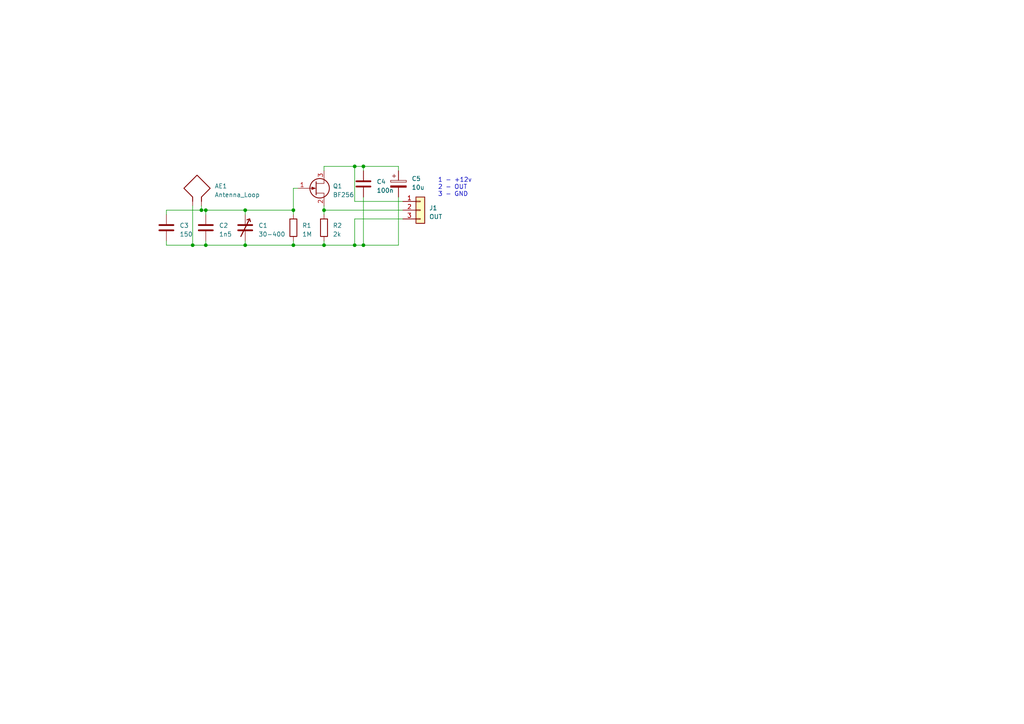
<source format=kicad_sch>
(kicad_sch (version 20230121) (generator eeschema)

  (uuid 1cb887d4-18c5-4280-add3-71afad4fce4f)

  (paper "A4")

  (lib_symbols
    (symbol "Connector_Generic:Conn_01x03" (pin_names (offset 1.016) hide) (in_bom yes) (on_board yes)
      (property "Reference" "J" (at 0 5.08 0)
        (effects (font (size 1.27 1.27)))
      )
      (property "Value" "Conn_01x03" (at 0 -5.08 0)
        (effects (font (size 1.27 1.27)))
      )
      (property "Footprint" "" (at 0 0 0)
        (effects (font (size 1.27 1.27)) hide)
      )
      (property "Datasheet" "~" (at 0 0 0)
        (effects (font (size 1.27 1.27)) hide)
      )
      (property "ki_keywords" "connector" (at 0 0 0)
        (effects (font (size 1.27 1.27)) hide)
      )
      (property "ki_description" "Generic connector, single row, 01x03, script generated (kicad-library-utils/schlib/autogen/connector/)" (at 0 0 0)
        (effects (font (size 1.27 1.27)) hide)
      )
      (property "ki_fp_filters" "Connector*:*_1x??_*" (at 0 0 0)
        (effects (font (size 1.27 1.27)) hide)
      )
      (symbol "Conn_01x03_1_1"
        (rectangle (start -1.27 -2.413) (end 0 -2.667)
          (stroke (width 0.1524) (type default))
          (fill (type none))
        )
        (rectangle (start -1.27 0.127) (end 0 -0.127)
          (stroke (width 0.1524) (type default))
          (fill (type none))
        )
        (rectangle (start -1.27 2.667) (end 0 2.413)
          (stroke (width 0.1524) (type default))
          (fill (type none))
        )
        (rectangle (start -1.27 3.81) (end 1.27 -3.81)
          (stroke (width 0.254) (type default))
          (fill (type background))
        )
        (pin passive line (at -5.08 2.54 0) (length 3.81)
          (name "Pin_1" (effects (font (size 1.27 1.27))))
          (number "1" (effects (font (size 1.27 1.27))))
        )
        (pin passive line (at -5.08 0 0) (length 3.81)
          (name "Pin_2" (effects (font (size 1.27 1.27))))
          (number "2" (effects (font (size 1.27 1.27))))
        )
        (pin passive line (at -5.08 -2.54 0) (length 3.81)
          (name "Pin_3" (effects (font (size 1.27 1.27))))
          (number "3" (effects (font (size 1.27 1.27))))
        )
      )
    )
    (symbol "Device:Antenna_Loop" (pin_numbers hide) (pin_names (offset 1.016) hide) (in_bom yes) (on_board yes)
      (property "Reference" "AE" (at 1.27 6.35 0)
        (effects (font (size 1.27 1.27)))
      )
      (property "Value" "Antenna_Loop" (at 1.27 5.08 0)
        (effects (font (size 1.27 1.27)))
      )
      (property "Footprint" "" (at 0 0 0)
        (effects (font (size 1.27 1.27)) hide)
      )
      (property "Datasheet" "~" (at 0 0 0)
        (effects (font (size 1.27 1.27)) hide)
      )
      (property "ki_keywords" "loop antenna" (at 0 0 0)
        (effects (font (size 1.27 1.27)) hide)
      )
      (property "ki_description" "Loop antenna" (at 0 0 0)
        (effects (font (size 1.27 1.27)) hide)
      )
      (symbol "Antenna_Loop_0_1"
        (polyline
          (pts
            (xy 2.54 -3.81)
            (xy 2.54 -2.54)
            (xy 5.08 0)
            (xy 1.27 3.81)
            (xy -2.54 0)
            (xy 0 -2.54)
            (xy 0 -3.81)
          )
          (stroke (width 0.254) (type default))
          (fill (type none))
        )
      )
      (symbol "Antenna_Loop_1_1"
        (pin input line (at 0 -5.08 90) (length 2.54)
          (name "~" (effects (font (size 1.27 1.27))))
          (number "1" (effects (font (size 1.27 1.27))))
        )
        (pin input line (at 2.54 -5.08 90) (length 2.54)
          (name "~" (effects (font (size 1.27 1.27))))
          (number "2" (effects (font (size 1.27 1.27))))
        )
      )
    )
    (symbol "Device:C" (pin_numbers hide) (pin_names (offset 0.254)) (in_bom yes) (on_board yes)
      (property "Reference" "C" (at 0.635 2.54 0)
        (effects (font (size 1.27 1.27)) (justify left))
      )
      (property "Value" "C" (at 0.635 -2.54 0)
        (effects (font (size 1.27 1.27)) (justify left))
      )
      (property "Footprint" "" (at 0.9652 -3.81 0)
        (effects (font (size 1.27 1.27)) hide)
      )
      (property "Datasheet" "~" (at 0 0 0)
        (effects (font (size 1.27 1.27)) hide)
      )
      (property "ki_keywords" "cap capacitor" (at 0 0 0)
        (effects (font (size 1.27 1.27)) hide)
      )
      (property "ki_description" "Unpolarized capacitor" (at 0 0 0)
        (effects (font (size 1.27 1.27)) hide)
      )
      (property "ki_fp_filters" "C_*" (at 0 0 0)
        (effects (font (size 1.27 1.27)) hide)
      )
      (symbol "C_0_1"
        (polyline
          (pts
            (xy -2.032 -0.762)
            (xy 2.032 -0.762)
          )
          (stroke (width 0.508) (type default))
          (fill (type none))
        )
        (polyline
          (pts
            (xy -2.032 0.762)
            (xy 2.032 0.762)
          )
          (stroke (width 0.508) (type default))
          (fill (type none))
        )
      )
      (symbol "C_1_1"
        (pin passive line (at 0 3.81 270) (length 2.794)
          (name "~" (effects (font (size 1.27 1.27))))
          (number "1" (effects (font (size 1.27 1.27))))
        )
        (pin passive line (at 0 -3.81 90) (length 2.794)
          (name "~" (effects (font (size 1.27 1.27))))
          (number "2" (effects (font (size 1.27 1.27))))
        )
      )
    )
    (symbol "Device:C_Polarized" (pin_numbers hide) (pin_names (offset 0.254)) (in_bom yes) (on_board yes)
      (property "Reference" "C" (at 0.635 2.54 0)
        (effects (font (size 1.27 1.27)) (justify left))
      )
      (property "Value" "C_Polarized" (at 0.635 -2.54 0)
        (effects (font (size 1.27 1.27)) (justify left))
      )
      (property "Footprint" "" (at 0.9652 -3.81 0)
        (effects (font (size 1.27 1.27)) hide)
      )
      (property "Datasheet" "~" (at 0 0 0)
        (effects (font (size 1.27 1.27)) hide)
      )
      (property "ki_keywords" "cap capacitor" (at 0 0 0)
        (effects (font (size 1.27 1.27)) hide)
      )
      (property "ki_description" "Polarized capacitor" (at 0 0 0)
        (effects (font (size 1.27 1.27)) hide)
      )
      (property "ki_fp_filters" "CP_*" (at 0 0 0)
        (effects (font (size 1.27 1.27)) hide)
      )
      (symbol "C_Polarized_0_1"
        (rectangle (start -2.286 0.508) (end 2.286 1.016)
          (stroke (width 0) (type default))
          (fill (type none))
        )
        (polyline
          (pts
            (xy -1.778 2.286)
            (xy -0.762 2.286)
          )
          (stroke (width 0) (type default))
          (fill (type none))
        )
        (polyline
          (pts
            (xy -1.27 2.794)
            (xy -1.27 1.778)
          )
          (stroke (width 0) (type default))
          (fill (type none))
        )
        (rectangle (start 2.286 -0.508) (end -2.286 -1.016)
          (stroke (width 0) (type default))
          (fill (type outline))
        )
      )
      (symbol "C_Polarized_1_1"
        (pin passive line (at 0 3.81 270) (length 2.794)
          (name "~" (effects (font (size 1.27 1.27))))
          (number "1" (effects (font (size 1.27 1.27))))
        )
        (pin passive line (at 0 -3.81 90) (length 2.794)
          (name "~" (effects (font (size 1.27 1.27))))
          (number "2" (effects (font (size 1.27 1.27))))
        )
      )
    )
    (symbol "Device:C_Variable" (pin_numbers hide) (pin_names (offset 0.254) hide) (in_bom yes) (on_board yes)
      (property "Reference" "C" (at 0.635 -1.905 0)
        (effects (font (size 1.27 1.27)) (justify left))
      )
      (property "Value" "C_Variable" (at 0.635 -3.81 0)
        (effects (font (size 1.27 1.27)) (justify left))
      )
      (property "Footprint" "" (at 0 0 0)
        (effects (font (size 1.27 1.27)) hide)
      )
      (property "Datasheet" "~" (at 0 0 0)
        (effects (font (size 1.27 1.27)) hide)
      )
      (property "ki_keywords" "trimmer capacitor" (at 0 0 0)
        (effects (font (size 1.27 1.27)) hide)
      )
      (property "ki_description" "Variable capacitor" (at 0 0 0)
        (effects (font (size 1.27 1.27)) hide)
      )
      (symbol "C_Variable_0_1"
        (polyline
          (pts
            (xy -2.032 -0.762)
            (xy 2.032 -0.762)
          )
          (stroke (width 0.508) (type default))
          (fill (type none))
        )
        (polyline
          (pts
            (xy -2.032 0.762)
            (xy 2.032 0.762)
          )
          (stroke (width 0.508) (type default))
          (fill (type none))
        )
        (polyline
          (pts
            (xy 1.27 2.54)
            (xy -1.27 -2.54)
          )
          (stroke (width 0.3048) (type default))
          (fill (type none))
        )
        (polyline
          (pts
            (xy 1.27 2.54)
            (xy 0.508 2.286)
          )
          (stroke (width 0.3048) (type default))
          (fill (type none))
        )
        (polyline
          (pts
            (xy 1.27 2.54)
            (xy 1.524 1.778)
          )
          (stroke (width 0.3048) (type default))
          (fill (type none))
        )
      )
      (symbol "C_Variable_1_1"
        (pin passive line (at 0 3.81 270) (length 3.048)
          (name "~" (effects (font (size 1.27 1.27))))
          (number "1" (effects (font (size 1.27 1.27))))
        )
        (pin passive line (at 0 -3.81 90) (length 3.048)
          (name "~" (effects (font (size 1.27 1.27))))
          (number "2" (effects (font (size 1.27 1.27))))
        )
      )
    )
    (symbol "Device:R" (pin_numbers hide) (pin_names (offset 0)) (in_bom yes) (on_board yes)
      (property "Reference" "R" (at 2.032 0 90)
        (effects (font (size 1.27 1.27)))
      )
      (property "Value" "R" (at 0 0 90)
        (effects (font (size 1.27 1.27)))
      )
      (property "Footprint" "" (at -1.778 0 90)
        (effects (font (size 1.27 1.27)) hide)
      )
      (property "Datasheet" "~" (at 0 0 0)
        (effects (font (size 1.27 1.27)) hide)
      )
      (property "ki_keywords" "R res resistor" (at 0 0 0)
        (effects (font (size 1.27 1.27)) hide)
      )
      (property "ki_description" "Resistor" (at 0 0 0)
        (effects (font (size 1.27 1.27)) hide)
      )
      (property "ki_fp_filters" "R_*" (at 0 0 0)
        (effects (font (size 1.27 1.27)) hide)
      )
      (symbol "R_0_1"
        (rectangle (start -1.016 -2.54) (end 1.016 2.54)
          (stroke (width 0.254) (type default))
          (fill (type none))
        )
      )
      (symbol "R_1_1"
        (pin passive line (at 0 3.81 270) (length 1.27)
          (name "~" (effects (font (size 1.27 1.27))))
          (number "1" (effects (font (size 1.27 1.27))))
        )
        (pin passive line (at 0 -3.81 90) (length 1.27)
          (name "~" (effects (font (size 1.27 1.27))))
          (number "2" (effects (font (size 1.27 1.27))))
        )
      )
    )
    (symbol "Transistor_FET:BF245A" (pin_names hide) (in_bom yes) (on_board yes)
      (property "Reference" "Q" (at 5.08 1.905 0)
        (effects (font (size 1.27 1.27)) (justify left))
      )
      (property "Value" "BF245A" (at 5.08 0 0)
        (effects (font (size 1.27 1.27)) (justify left))
      )
      (property "Footprint" "Package_TO_SOT_THT:TO-92_Inline" (at 5.08 -1.905 0)
        (effects (font (size 1.27 1.27) italic) (justify left) hide)
      )
      (property "Datasheet" "https://www.onsemi.com/pub/Collateral/BF245A-D.PDF" (at 0 0 0)
        (effects (font (size 1.27 1.27)) (justify left) hide)
      )
      (property "ki_keywords" "N-Channel FET Transistor Low Voltage" (at 0 0 0)
        (effects (font (size 1.27 1.27)) hide)
      )
      (property "ki_description" "50mA Id, 30V Vgs, N-Channel FET Transistor, TO-92" (at 0 0 0)
        (effects (font (size 1.27 1.27)) hide)
      )
      (property "ki_fp_filters" "TO?92*" (at 0 0 0)
        (effects (font (size 1.27 1.27)) hide)
      )
      (symbol "BF245A_0_1"
        (polyline
          (pts
            (xy 0.254 0)
            (xy -2.54 0)
          )
          (stroke (width 0) (type default))
          (fill (type none))
        )
        (polyline
          (pts
            (xy 0.254 1.905)
            (xy 0.254 -1.905)
          )
          (stroke (width 0.254) (type default))
          (fill (type none))
        )
        (polyline
          (pts
            (xy 2.54 -2.54)
            (xy 2.54 -1.397)
            (xy 0.254 -1.397)
          )
          (stroke (width 0) (type default))
          (fill (type none))
        )
        (polyline
          (pts
            (xy 2.54 2.54)
            (xy 2.54 1.397)
            (xy 0.254 1.397)
          )
          (stroke (width 0) (type default))
          (fill (type none))
        )
        (polyline
          (pts
            (xy 0 0)
            (xy -1.016 0.381)
            (xy -1.016 -0.381)
            (xy 0 0)
          )
          (stroke (width 0) (type default))
          (fill (type outline))
        )
        (circle (center 1.27 0) (radius 2.8194)
          (stroke (width 0.254) (type default))
          (fill (type none))
        )
      )
      (symbol "BF245A_1_1"
        (pin input line (at -5.08 0 0) (length 2.54)
          (name "G" (effects (font (size 1.27 1.27))))
          (number "1" (effects (font (size 1.27 1.27))))
        )
        (pin passive line (at 2.54 -5.08 90) (length 2.54)
          (name "S" (effects (font (size 1.27 1.27))))
          (number "2" (effects (font (size 1.27 1.27))))
        )
        (pin passive line (at 2.54 5.08 270) (length 2.54)
          (name "D" (effects (font (size 1.27 1.27))))
          (number "3" (effects (font (size 1.27 1.27))))
        )
      )
    )
  )

  (junction (at 59.69 71.12) (diameter 0) (color 0 0 0 0)
    (uuid 012c1841-5c16-4acd-b576-94c59f097177)
  )
  (junction (at 93.98 60.96) (diameter 0) (color 0 0 0 0)
    (uuid 01af1370-e3d3-46cd-80c2-89a89e35d4ec)
  )
  (junction (at 105.41 71.12) (diameter 0) (color 0 0 0 0)
    (uuid 22b61579-5c0a-4314-88bb-da2d75b07d82)
  )
  (junction (at 93.98 71.12) (diameter 0) (color 0 0 0 0)
    (uuid 6305c2a0-a54d-4a8d-8bd4-63c71b827799)
  )
  (junction (at 85.09 71.12) (diameter 0) (color 0 0 0 0)
    (uuid 64ea9c19-0d1b-4e03-82a2-7adcaa83181a)
  )
  (junction (at 71.12 60.96) (diameter 0) (color 0 0 0 0)
    (uuid 6e8af308-259d-4583-a4c3-50933c185c51)
  )
  (junction (at 85.09 60.96) (diameter 0) (color 0 0 0 0)
    (uuid 9c5836ed-61fd-4c4f-b02a-1869397dfa14)
  )
  (junction (at 105.41 48.26) (diameter 0) (color 0 0 0 0)
    (uuid b7e1ef66-a7d3-4ac2-883f-4722cdd7b9c6)
  )
  (junction (at 55.88 71.12) (diameter 0) (color 0 0 0 0)
    (uuid b8a08c5d-ccb8-42ac-9156-3396ba495e36)
  )
  (junction (at 102.87 48.26) (diameter 0) (color 0 0 0 0)
    (uuid b97358e5-36aa-4272-889e-e34bed907854)
  )
  (junction (at 102.87 71.12) (diameter 0) (color 0 0 0 0)
    (uuid bda55ceb-2aa9-42ef-a25e-03a10a2e22c4)
  )
  (junction (at 59.69 60.96) (diameter 0) (color 0 0 0 0)
    (uuid ea3dadf0-9a63-4012-8b89-317d887f9e72)
  )
  (junction (at 71.12 71.12) (diameter 0) (color 0 0 0 0)
    (uuid eb6d7154-a615-42d3-a492-59c77967dcf4)
  )
  (junction (at 58.42 60.96) (diameter 0) (color 0 0 0 0)
    (uuid ee3e5cd7-13df-478f-ab12-607195d1d6ac)
  )

  (wire (pts (xy 105.41 71.12) (xy 102.87 71.12))
    (stroke (width 0) (type default))
    (uuid 1c59f9e5-ff0a-41cf-b01f-5ad09883548e)
  )
  (wire (pts (xy 71.12 60.96) (xy 85.09 60.96))
    (stroke (width 0) (type default))
    (uuid 28557e75-f866-4ac3-a584-5084cf219502)
  )
  (wire (pts (xy 86.36 54.61) (xy 85.09 54.61))
    (stroke (width 0) (type default))
    (uuid 2c158b48-6d66-49d3-a825-a6d403be5b05)
  )
  (wire (pts (xy 93.98 60.96) (xy 116.84 60.96))
    (stroke (width 0) (type default))
    (uuid 2e9fdfa8-85f0-4d92-9bb8-a1134bce63e7)
  )
  (wire (pts (xy 71.12 69.85) (xy 71.12 71.12))
    (stroke (width 0) (type default))
    (uuid 3a615d78-90c3-4f95-be11-5d7e1d8415aa)
  )
  (wire (pts (xy 93.98 59.69) (xy 93.98 60.96))
    (stroke (width 0) (type default))
    (uuid 3a63083a-79e0-4377-89e9-c6861d2b84da)
  )
  (wire (pts (xy 59.69 71.12) (xy 71.12 71.12))
    (stroke (width 0) (type default))
    (uuid 437e02d5-041c-4762-9e94-b935f06ff3ee)
  )
  (wire (pts (xy 71.12 60.96) (xy 71.12 62.23))
    (stroke (width 0) (type default))
    (uuid 4803e665-6418-4d80-aaba-c4c12cf8251a)
  )
  (wire (pts (xy 59.69 69.85) (xy 59.69 71.12))
    (stroke (width 0) (type default))
    (uuid 4becfee7-043c-482c-9719-ea7a96575172)
  )
  (wire (pts (xy 59.69 60.96) (xy 71.12 60.96))
    (stroke (width 0) (type default))
    (uuid 4f57d1d7-06b0-4b1f-a9a7-7171db29c985)
  )
  (wire (pts (xy 85.09 69.85) (xy 85.09 71.12))
    (stroke (width 0) (type default))
    (uuid 503531c1-2f50-45c9-bc9f-83a5521a4975)
  )
  (wire (pts (xy 105.41 49.53) (xy 105.41 48.26))
    (stroke (width 0) (type default))
    (uuid 5aca06f3-ea90-428d-9c03-9062969fe6bf)
  )
  (wire (pts (xy 115.57 57.15) (xy 115.57 71.12))
    (stroke (width 0) (type default))
    (uuid 5b3fe92f-cc47-4331-9cfd-8e2b148aa50d)
  )
  (wire (pts (xy 93.98 60.96) (xy 93.98 62.23))
    (stroke (width 0) (type default))
    (uuid 69a05f14-7938-490d-ad8e-2bc01764cb23)
  )
  (wire (pts (xy 85.09 71.12) (xy 93.98 71.12))
    (stroke (width 0) (type default))
    (uuid 6a842e3d-e58a-404f-a38f-fc15ee5a99e9)
  )
  (wire (pts (xy 58.42 60.96) (xy 59.69 60.96))
    (stroke (width 0) (type default))
    (uuid 7fce8b5a-f7d3-474b-b85f-07882fb2ea82)
  )
  (wire (pts (xy 115.57 49.53) (xy 115.57 48.26))
    (stroke (width 0) (type default))
    (uuid 8341da2a-5ffe-41d6-ad53-1d6278da765d)
  )
  (wire (pts (xy 116.84 58.42) (xy 102.87 58.42))
    (stroke (width 0) (type default))
    (uuid 8bcb6d6c-e899-48e1-982d-7064d7674a9a)
  )
  (wire (pts (xy 85.09 54.61) (xy 85.09 60.96))
    (stroke (width 0) (type default))
    (uuid a02b8b7d-892f-4767-9542-a60ba65d8bb5)
  )
  (wire (pts (xy 71.12 71.12) (xy 85.09 71.12))
    (stroke (width 0) (type default))
    (uuid a7093913-4d41-419d-9503-56c8c3e9a35f)
  )
  (wire (pts (xy 59.69 60.96) (xy 59.69 62.23))
    (stroke (width 0) (type default))
    (uuid af2e77cb-3931-4be4-9fa8-2426851622d1)
  )
  (wire (pts (xy 55.88 71.12) (xy 59.69 71.12))
    (stroke (width 0) (type default))
    (uuid b2e59076-a878-488a-b0c5-14f01bd80ebd)
  )
  (wire (pts (xy 93.98 71.12) (xy 102.87 71.12))
    (stroke (width 0) (type default))
    (uuid bdd50ff6-b4f0-43cb-9ef0-82b04d83f72e)
  )
  (wire (pts (xy 48.26 62.23) (xy 48.26 60.96))
    (stroke (width 0) (type default))
    (uuid c8cbdd37-71fd-4b1f-bc05-75ed90d6dc6b)
  )
  (wire (pts (xy 85.09 60.96) (xy 85.09 62.23))
    (stroke (width 0) (type default))
    (uuid caa6e355-06c9-44e0-96ad-b7a54cbea146)
  )
  (wire (pts (xy 115.57 71.12) (xy 105.41 71.12))
    (stroke (width 0) (type default))
    (uuid cc4f0d10-3ce1-4160-96e8-6314e745f1ea)
  )
  (wire (pts (xy 55.88 59.69) (xy 55.88 71.12))
    (stroke (width 0) (type default))
    (uuid ccddacc7-db65-4e2c-bf5e-64a9f1291eec)
  )
  (wire (pts (xy 105.41 57.15) (xy 105.41 71.12))
    (stroke (width 0) (type default))
    (uuid d5c275cc-e161-453b-85e2-2949fb949100)
  )
  (wire (pts (xy 48.26 60.96) (xy 58.42 60.96))
    (stroke (width 0) (type default))
    (uuid d60d61d3-c859-4533-9c04-e665d4c6706d)
  )
  (wire (pts (xy 102.87 58.42) (xy 102.87 48.26))
    (stroke (width 0) (type default))
    (uuid d8c567ed-aa49-4f9f-8874-9978c78a8d2d)
  )
  (wire (pts (xy 48.26 71.12) (xy 55.88 71.12))
    (stroke (width 0) (type default))
    (uuid d924a21f-8a91-42e3-b8d3-02bd07486f74)
  )
  (wire (pts (xy 102.87 63.5) (xy 116.84 63.5))
    (stroke (width 0) (type default))
    (uuid da62a967-1680-449e-a85e-fa56e6150400)
  )
  (wire (pts (xy 115.57 48.26) (xy 105.41 48.26))
    (stroke (width 0) (type default))
    (uuid e0065e4d-a817-48ac-af80-23b2e9c35218)
  )
  (wire (pts (xy 105.41 48.26) (xy 102.87 48.26))
    (stroke (width 0) (type default))
    (uuid e521d637-9ae3-42ad-a8cb-092e604aa2ba)
  )
  (wire (pts (xy 102.87 48.26) (xy 93.98 48.26))
    (stroke (width 0) (type default))
    (uuid e9d5a6c6-1daf-4618-8533-6db9a2c534ae)
  )
  (wire (pts (xy 58.42 59.69) (xy 58.42 60.96))
    (stroke (width 0) (type default))
    (uuid eb9f2d15-7827-4e81-bcce-3dd354c7b9f1)
  )
  (wire (pts (xy 93.98 48.26) (xy 93.98 49.53))
    (stroke (width 0) (type default))
    (uuid ed5cb182-214e-48d4-bbda-3005ba63316d)
  )
  (wire (pts (xy 102.87 71.12) (xy 102.87 63.5))
    (stroke (width 0) (type default))
    (uuid f2598e69-de79-4946-a584-8684cb1808c5)
  )
  (wire (pts (xy 48.26 69.85) (xy 48.26 71.12))
    (stroke (width 0) (type default))
    (uuid f82e655a-1a5e-4806-80c9-a1b1f7d0fb05)
  )
  (wire (pts (xy 93.98 69.85) (xy 93.98 71.12))
    (stroke (width 0) (type default))
    (uuid fabb3df0-8054-4210-964a-1085553f6a5b)
  )

  (text "1 - +12v\n2 - OUT\n3 - GND" (at 127 57.15 0)
    (effects (font (size 1.27 1.27)) (justify left bottom))
    (uuid 0883b26f-6c74-4056-b714-18ff3826b8cf)
  )

  (symbol (lib_id "Transistor_FET:BF245A") (at 91.44 54.61 0) (unit 1)
    (in_bom yes) (on_board yes) (dnp no) (fields_autoplaced)
    (uuid 0b0efeeb-2e0f-45b2-90cb-4f0bb2958ec2)
    (property "Reference" "Q1" (at 96.52 53.975 0)
      (effects (font (size 1.27 1.27)) (justify left))
    )
    (property "Value" "BF256" (at 96.52 56.515 0)
      (effects (font (size 1.27 1.27)) (justify left))
    )
    (property "Footprint" "Package_TO_SOT_THT:TO-92_Inline" (at 96.52 56.515 0)
      (effects (font (size 1.27 1.27) italic) (justify left) hide)
    )
    (property "Datasheet" "https://www.onsemi.com/pub/Collateral/BF245A-D.PDF" (at 91.44 54.61 0)
      (effects (font (size 1.27 1.27)) (justify left) hide)
    )
    (pin "1" (uuid 2fb73df6-89c2-4681-a21b-f853865efd04))
    (pin "2" (uuid b9e5cb48-550f-4b45-a57b-65b8c0d058e7))
    (pin "3" (uuid 5abbd4b1-136c-4ccf-a852-ff5d40b0703b))
    (instances
      (project "dcf77_preamp"
        (path "/1cb887d4-18c5-4280-add3-71afad4fce4f"
          (reference "Q1") (unit 1)
        )
      )
    )
  )

  (symbol (lib_id "Device:C") (at 48.26 66.04 0) (unit 1)
    (in_bom yes) (on_board yes) (dnp no) (fields_autoplaced)
    (uuid 3719fa2e-34dc-44a6-a66d-3f2b522051f9)
    (property "Reference" "C3" (at 52.07 65.405 0)
      (effects (font (size 1.27 1.27)) (justify left))
    )
    (property "Value" "150" (at 52.07 67.945 0)
      (effects (font (size 1.27 1.27)) (justify left))
    )
    (property "Footprint" "" (at 49.2252 69.85 0)
      (effects (font (size 1.27 1.27)) hide)
    )
    (property "Datasheet" "~" (at 48.26 66.04 0)
      (effects (font (size 1.27 1.27)) hide)
    )
    (pin "1" (uuid ea6c64ea-f6fe-4fc4-8149-87d6a537ddc5))
    (pin "2" (uuid 3f4d6ff5-fac9-4f5d-864e-8a4666b84054))
    (instances
      (project "dcf77_preamp"
        (path "/1cb887d4-18c5-4280-add3-71afad4fce4f"
          (reference "C3") (unit 1)
        )
      )
    )
  )

  (symbol (lib_id "Device:C") (at 105.41 53.34 0) (unit 1)
    (in_bom yes) (on_board yes) (dnp no) (fields_autoplaced)
    (uuid 37b0155a-de19-4e58-bbd7-40d41e8a1121)
    (property "Reference" "C4" (at 109.22 52.705 0)
      (effects (font (size 1.27 1.27)) (justify left))
    )
    (property "Value" "100n" (at 109.22 55.245 0)
      (effects (font (size 1.27 1.27)) (justify left))
    )
    (property "Footprint" "" (at 106.3752 57.15 0)
      (effects (font (size 1.27 1.27)) hide)
    )
    (property "Datasheet" "~" (at 105.41 53.34 0)
      (effects (font (size 1.27 1.27)) hide)
    )
    (pin "1" (uuid 4b12c877-2793-4e77-b6f0-60972b110b9b))
    (pin "2" (uuid 6b2458b5-3939-4b6b-a0bf-953e0cfbb9c9))
    (instances
      (project "dcf77_preamp"
        (path "/1cb887d4-18c5-4280-add3-71afad4fce4f"
          (reference "C4") (unit 1)
        )
      )
    )
  )

  (symbol (lib_id "Device:C") (at 59.69 66.04 0) (unit 1)
    (in_bom yes) (on_board yes) (dnp no) (fields_autoplaced)
    (uuid 41219aac-1616-461e-9712-c90cac161c90)
    (property "Reference" "C2" (at 63.5 65.405 0)
      (effects (font (size 1.27 1.27)) (justify left))
    )
    (property "Value" "1n5" (at 63.5 67.945 0)
      (effects (font (size 1.27 1.27)) (justify left))
    )
    (property "Footprint" "" (at 60.6552 69.85 0)
      (effects (font (size 1.27 1.27)) hide)
    )
    (property "Datasheet" "~" (at 59.69 66.04 0)
      (effects (font (size 1.27 1.27)) hide)
    )
    (pin "1" (uuid 083a5abd-6218-4f00-94a8-9b215de07ab7))
    (pin "2" (uuid 0e953574-83db-46b2-bc5a-000abce37ae7))
    (instances
      (project "dcf77_preamp"
        (path "/1cb887d4-18c5-4280-add3-71afad4fce4f"
          (reference "C2") (unit 1)
        )
      )
    )
  )

  (symbol (lib_id "Connector_Generic:Conn_01x03") (at 121.92 60.96 0) (unit 1)
    (in_bom yes) (on_board yes) (dnp no) (fields_autoplaced)
    (uuid 695410fa-3339-45e9-9538-18a545771b58)
    (property "Reference" "J1" (at 124.46 60.325 0)
      (effects (font (size 1.27 1.27)) (justify left))
    )
    (property "Value" "OUT" (at 124.46 62.865 0)
      (effects (font (size 1.27 1.27)) (justify left))
    )
    (property "Footprint" "" (at 121.92 60.96 0)
      (effects (font (size 1.27 1.27)) hide)
    )
    (property "Datasheet" "~" (at 121.92 60.96 0)
      (effects (font (size 1.27 1.27)) hide)
    )
    (pin "1" (uuid e5a762c3-21f9-4097-a284-f4a1b32659fc))
    (pin "2" (uuid 99480f47-0602-4584-b5f5-0e7dce565b08))
    (pin "3" (uuid 97dbaa85-ff19-49bf-a660-dc06d492c775))
    (instances
      (project "dcf77_preamp"
        (path "/1cb887d4-18c5-4280-add3-71afad4fce4f"
          (reference "J1") (unit 1)
        )
      )
    )
  )

  (symbol (lib_id "Device:C_Polarized") (at 115.57 53.34 0) (unit 1)
    (in_bom yes) (on_board yes) (dnp no) (fields_autoplaced)
    (uuid 970589d5-6bf3-4432-b4b8-e86042e5aa74)
    (property "Reference" "C5" (at 119.38 51.816 0)
      (effects (font (size 1.27 1.27)) (justify left))
    )
    (property "Value" "10u" (at 119.38 54.356 0)
      (effects (font (size 1.27 1.27)) (justify left))
    )
    (property "Footprint" "" (at 116.5352 57.15 0)
      (effects (font (size 1.27 1.27)) hide)
    )
    (property "Datasheet" "~" (at 115.57 53.34 0)
      (effects (font (size 1.27 1.27)) hide)
    )
    (pin "1" (uuid a7d37fd9-8fde-4588-91fd-4da0091a2fc6))
    (pin "2" (uuid ba7e3c46-9671-4a84-b776-2c9ce10b7428))
    (instances
      (project "dcf77_preamp"
        (path "/1cb887d4-18c5-4280-add3-71afad4fce4f"
          (reference "C5") (unit 1)
        )
      )
    )
  )

  (symbol (lib_id "Device:R") (at 85.09 66.04 0) (unit 1)
    (in_bom yes) (on_board yes) (dnp no) (fields_autoplaced)
    (uuid ab734015-bd92-41f6-96d0-e30fea83f6c7)
    (property "Reference" "R1" (at 87.63 65.405 0)
      (effects (font (size 1.27 1.27)) (justify left))
    )
    (property "Value" "1M" (at 87.63 67.945 0)
      (effects (font (size 1.27 1.27)) (justify left))
    )
    (property "Footprint" "" (at 83.312 66.04 90)
      (effects (font (size 1.27 1.27)) hide)
    )
    (property "Datasheet" "~" (at 85.09 66.04 0)
      (effects (font (size 1.27 1.27)) hide)
    )
    (pin "1" (uuid 28430da9-6328-450a-94df-e4c00d322401))
    (pin "2" (uuid ce30abe1-b9dd-45ff-9bf6-7b586ed8100c))
    (instances
      (project "dcf77_preamp"
        (path "/1cb887d4-18c5-4280-add3-71afad4fce4f"
          (reference "R1") (unit 1)
        )
      )
    )
  )

  (symbol (lib_id "Device:R") (at 93.98 66.04 0) (unit 1)
    (in_bom yes) (on_board yes) (dnp no) (fields_autoplaced)
    (uuid ba4cd50b-533e-4361-9ca5-eb9feca683ce)
    (property "Reference" "R2" (at 96.52 65.405 0)
      (effects (font (size 1.27 1.27)) (justify left))
    )
    (property "Value" "2k" (at 96.52 67.945 0)
      (effects (font (size 1.27 1.27)) (justify left))
    )
    (property "Footprint" "" (at 92.202 66.04 90)
      (effects (font (size 1.27 1.27)) hide)
    )
    (property "Datasheet" "~" (at 93.98 66.04 0)
      (effects (font (size 1.27 1.27)) hide)
    )
    (pin "1" (uuid 023f8df8-fcd2-4239-9aa3-d9108c5e340e))
    (pin "2" (uuid 22efdf10-c5e1-49e8-bfc1-2535bfaf1102))
    (instances
      (project "dcf77_preamp"
        (path "/1cb887d4-18c5-4280-add3-71afad4fce4f"
          (reference "R2") (unit 1)
        )
      )
    )
  )

  (symbol (lib_id "Device:C_Variable") (at 71.12 66.04 0) (unit 1)
    (in_bom yes) (on_board yes) (dnp no) (fields_autoplaced)
    (uuid f240a69f-040c-4cdd-8c64-28afdbcaf07c)
    (property "Reference" "C1" (at 74.93 65.405 0)
      (effects (font (size 1.27 1.27)) (justify left))
    )
    (property "Value" "30-400" (at 74.93 67.945 0)
      (effects (font (size 1.27 1.27)) (justify left))
    )
    (property "Footprint" "" (at 71.12 66.04 0)
      (effects (font (size 1.27 1.27)) hide)
    )
    (property "Datasheet" "~" (at 71.12 66.04 0)
      (effects (font (size 1.27 1.27)) hide)
    )
    (pin "1" (uuid a0718a45-70d5-41eb-8784-d3e0affae79f))
    (pin "2" (uuid 3d356925-2394-4424-af22-773082bc6228))
    (instances
      (project "dcf77_preamp"
        (path "/1cb887d4-18c5-4280-add3-71afad4fce4f"
          (reference "C1") (unit 1)
        )
      )
    )
  )

  (symbol (lib_id "Device:Antenna_Loop") (at 55.88 54.61 0) (unit 1)
    (in_bom yes) (on_board yes) (dnp no) (fields_autoplaced)
    (uuid fcbf4f09-d2fb-4cda-b869-1374277adc3e)
    (property "Reference" "AE1" (at 62.23 53.975 0)
      (effects (font (size 1.27 1.27)) (justify left))
    )
    (property "Value" "Antenna_Loop" (at 62.23 56.515 0)
      (effects (font (size 1.27 1.27)) (justify left))
    )
    (property "Footprint" "" (at 55.88 54.61 0)
      (effects (font (size 1.27 1.27)) hide)
    )
    (property "Datasheet" "~" (at 55.88 54.61 0)
      (effects (font (size 1.27 1.27)) hide)
    )
    (pin "1" (uuid f4df4be8-d1c1-4353-a00c-9833b73c681b))
    (pin "2" (uuid e4f14319-383b-4331-b13e-603d71cb7fba))
    (instances
      (project "dcf77_preamp"
        (path "/1cb887d4-18c5-4280-add3-71afad4fce4f"
          (reference "AE1") (unit 1)
        )
      )
    )
  )

  (sheet_instances
    (path "/" (page "1"))
  )
)

</source>
